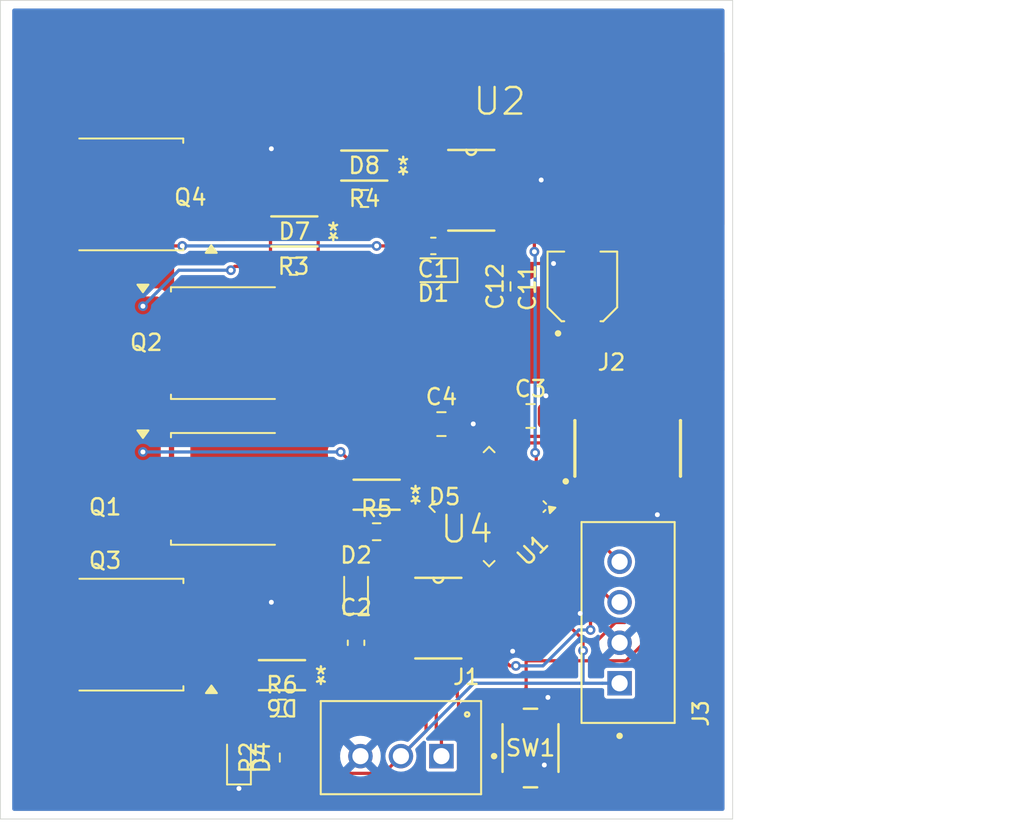
<source format=kicad_pcb>
(kicad_pcb (version 20240108) (generator "pcbnew") (generator_version "8.0")
  (layers (0 "F.Cu" signal) (31 "B.Cu" signal) (34 "B.Paste" user) (35 "F.Paste" user) (36 "B.SilkS" user "B.Silkscreen") (37 "F.SilkS" user "F.Silkscreen") (38 "B.Mask" user) (39 "F.Mask" user) (44 "Edge.Cuts" user))
  (net 0 "")
  (net 4 "GND")
  (net 5 "SWCLK")
  (net 6 "SWDIO")
  (net 7 "XRES")
  (net 8 "Net-(D6-K)")
  (net 9 "Net-(D1-K)")
  (net 10 "+12V")
  (net 11 "Net-(D8-K)")
  (net 12 "/OUTA")
  (net 13 "/OUTB")
  (net 14 "Net-(D2-K)")
  (net 15 "Net-(D6-A)")
  (net 16 "Net-(D8-A)")
  (net 17 "SWO")
  (net 18 "SERVO_IN")
  (net 19 "QUAD_COUNT")
  (net 20 "QUAD_START")
  (net 23 "VCC")
  (net 24 "PWM_M2_OUT")
  (net 25 "DBG_LED")
  (net 29 "Net-(D4-A)")
  (net 42 "Net-(D5-A)")
  (net 43 "Net-(D5-K)")
  (net 44 "Net-(D7-K)")
  (net 45 "Net-(D7-A)")
  (net 47 "PWM_M1_OUT")
  (footprint "RF071MM2STR:DIO_RB051MM_ROM" (layer "F.Cu") (at 185.42 70.104 180)
    (property "Reference" "D7" (at 0 0 0) (layer "F.SilkS"))
    (property "Value" "RF071MM2S")
    (fp_text user "*" (at -2.4003 0 0) (layer "F.SilkS"))
    (fp_text user "*" (at -2.4003 0 180) (layer "F.SilkS"))
    (pad "1" smd rect (at -1.4732 0 180) (size 1.0922 0.9906) (layers "F.Cu" "F.Paste" "F.Mask") (net 44 "Net-(D7-K)"))
    (pad "2" smd rect (at 1.4732 0 180) (size 1.0922 0.9906) (layers "F.Cu" "F.Paste" "F.Mask") (net 45 "Net-(D7-A)"))
    (zone (net 0) (net_name "") (layer "F.Cu") (connect_pads (clearance 0)) (min_thickness 0.254)
      (keepout (tracks not_allowed) (vias not_allowed) (pads allowed) (copperpour not_allowed) (footprints allowed))
      (fill (thermal_gap 0.508) (thermal_bridge_width 0.508))
      (polygon (pts (xy 186.2963 70.8533) (xy 184.5437 70.8533) (xy 184.5437 69.3547) (xy 186.2963 69.3547)))
    )
  )
  (footprint "Capacitor_SMD:C_0805_2012Metric" (layer "F.Cu") (at 194.5 82)
    (property "Reference" "C4" (at 0 -1.68 0) (layer "F.SilkS"))
    (property "Value" "C")
    (pad "1" smd roundrect (at -0.95 0) (size 1 1.45) (layers "F.Cu" "F.Paste" "F.Mask") (net 23 "VCC"))
    (pad "2" smd roundrect (at 0.95 0) (size 1 1.45) (layers "F.Cu" "F.Paste" "F.Mask") (net 4 "GND"))
  )
  (footprint "Diode_SMD:D_0603_1608Metric" (layer "F.Cu") (at 189.23 92.2275 90)
    (property "Reference" "D2" (at 2.1335 0 0) (layer "F.SilkS"))
    (property "Value" "1N4148")
    (pad "1" smd roundrect (at -0.7875 0 90) (size 0.875 0.95) (layers "F.Cu" "F.Paste" "F.Mask") (net 14 "Net-(D2-K)"))
    (pad "2" smd roundrect (at 0.7875 0 90) (size 0.875 0.95) (layers "F.Cu" "F.Paste" "F.Mask") (net 10 "+12V"))
  )
  (footprint "Resistor_SMD:R_0603_1608Metric_Pad0.98x0.95mm_HandSolder" (layer "F.Cu") (at 184 102.5875 90)
    (property "Reference" "R2" (at 0 -1.43 90) (layer "F.SilkS"))
    (property "Value" "R_US")
    (pad "1" smd roundrect (at -0.9125 0 90) (size 0.975 0.95) (layers "F.Cu" "F.Paste" "F.Mask") (net 23 "VCC"))
    (pad "2" smd roundrect (at 0.9125 0 90) (size 0.975 0.95) (layers "F.Cu" "F.Paste" "F.Mask") (net 29 "Net-(D4-A)"))
  )
  (footprint "RF071MM2STR:DIO_RB051MM_ROM" (layer "F.Cu") (at 190.5 86.36 180)
    (property "Reference" "D5" (at -4.191 -0.127 0) (layer "F.SilkS"))
    (property "Value" "RF071MM2S")
    (fp_text user "*" (at -2.4003 0 0) (layer "F.SilkS"))
    (fp_text user "*" (at -2.4003 0 180) (layer "F.SilkS"))
    (pad "1" smd rect (at -1.4732 0 180) (size 1.0922 0.9906) (layers "F.Cu" "F.Paste" "F.Mask") (net 43 "Net-(D5-K)"))
    (pad "2" smd rect (at 1.4732 0 180) (size 1.0922 0.9906) (layers "F.Cu" "F.Paste" "F.Mask") (net 42 "Net-(D5-A)"))
    (zone (net 0) (net_name "") (layer "F.Cu") (connect_pads (clearance 0)) (min_thickness 0.254)
      (keepout (tracks not_allowed) (vias not_allowed) (pads allowed) (copperpour not_allowed) (footprints allowed))
      (fill (thermal_gap 0.508) (thermal_bridge_width 0.508))
      (polygon (pts (xy 191.3763 87.1093) (xy 189.6237 87.1093) (xy 189.6237 85.6107) (xy 191.3763 85.6107)))
    )
  )
  (footprint "Capacitor_SMD:C_0603_1608Metric" (layer "F.Cu") (at 189.23 95.504 -90)
    (property "Reference" "C2" (at -2.172 0 0) (layer "F.SilkS"))
    (property "Value" "1U0")
    (pad "1" smd roundrect (at -0.775 0 270) (size 0.9 0.95) (layers "F.Cu" "F.Paste" "F.Mask") (net 14 "Net-(D2-K)"))
    (pad "2" smd roundrect (at 0.775 0 270) (size 0.9 0.95) (layers "F.Cu" "F.Paste" "F.Mask") (net 12 "/OUTA"))
  )
  (footprint "Package_TO_SOT_SMD:TO-252-2" (layer "F.Cu") (at 175.26 95 180)
    (property "Reference" "Q3" (at 1.524 4.576 0) (layer "F.SilkS"))
    (property "Value" "IRLR7843")
    (pad "1" smd roundrect (at -5.04 -2.28 180) (size 2.2 1.2) (layers "F.Cu" "F.Paste" "F.Mask") (roundrect_rratio 0.208333) (net 15 "Net-(D6-A)"))
    (pad "2" smd roundrect (at -0.415 -1.525 180) (size 3.05 2.75) (layers "F.Cu" "F.Paste") (roundrect_rratio 0.090909) (net 12 "/OUTA"))
    (pad "2" smd roundrect (at -0.415 1.525 180) (size 3.05 2.75) (layers "F.Cu" "F.Paste") (roundrect_rratio 0.090909) (net 12 "/OUTA"))
    (pad "2" smd roundrect (at 1.26 0 180) (size 6.4 5.8) (layers "F.Cu" "F.Mask") (roundrect_rratio 0.043103) (net 12 "/OUTA"))
    (pad "2" smd roundrect (at 2.935 -1.525 180) (size 3.05 2.75) (layers "F.Cu" "F.Paste") (roundrect_rratio 0.090909) (net 12 "/OUTA"))
    (pad "2" smd roundrect (at 2.935 1.525 180) (size 3.05 2.75) (layers "F.Cu" "F.Paste") (roundrect_rratio 0.090909) (net 12 "/OUTA"))
    (pad "3" smd roundrect (at -5.04 2.28 180) (size 2.2 1.2) (layers "F.Cu" "F.Paste" "F.Mask") (roundrect_rratio 0.208333) (net 4 "GND"))
  )
  (footprint "SKRPAB:SW4_SKRPABE010_ALPS" (layer "F.Cu") (at 200 102)
    (property "Reference" "SW1" (at 0 0 0) (layer "F.SilkS"))
    (property "Value" "SKRPABE010")
    (pad "1" smd rect (at -1.074999 -2.075) (size 0.6604 1.0414) (layers "F.Cu" "F.Paste" "F.Mask") (net 7 "XRES"))
    (pad "2" smd rect (at -1.074999 2.075) (size 0.6604 1.0414) (layers "F.Cu" "F.Paste" "F.Mask") (net 7 "XRES"))
    (pad "3" smd rect (at 1.074999 -2.075) (size 0.6604 1.0414) (layers "F.Cu" "F.Paste" "F.Mask") (net 4 "GND"))
    (pad "4" smd rect (at 1.074999 2.075) (size 0.6604 1.0414) (layers "F.Cu" "F.Paste" "F.Mask") (net 4 "GND"))
  )
  (footprint "Capacitor_SMD:C_0603_1608Metric" (layer "F.Cu") (at 194 71 180)
    (property "Reference" "C1" (at 0 -1.43 360) (layer "F.SilkS"))
    (property "Value" "1U0")
    (pad "1" smd roundrect (at -0.775 0 180) (size 0.9 0.95) (layers "F.Cu" "F.Paste" "F.Mask") (net 9 "Net-(D1-K)"))
    (pad "2" smd roundrect (at 0.775 0 180) (size 0.9 0.95) (layers "F.Cu" "F.Paste" "F.Mask") (net 13 "/OUTB"))
  )
  (footprint "IRS2011SPBF:SOIC127P600X175-8N" (layer "F.Cu") (at 194.31 93.98)
    (property "Reference" "U4" (at 1.753165 -5.488165 0) (layer "F.SilkS") (effects (font (size 1.640528 1.640528))))
    (property "Value" "IR2011")
    (pad "1" smd rect (at -2.4638 -1.905) (size 1.9812 0.508) (layers "F.Cu" "F.Paste" "F.Mask") (net 10 "+12V"))
    (pad "2" smd rect (at -2.4638 -0.635) (size 1.9812 0.508) (layers "F.Cu" "F.Paste" "F.Mask") (net 14 "Net-(D2-K)"))
    (pad "3" smd rect (at -2.4638 0.635) (size 1.9812 0.508) (layers "F.Cu" "F.Paste" "F.Mask") (net 43 "Net-(D5-K)"))
    (pad "4" smd rect (at -2.4638 1.905) (size 1.9812 0.508) (layers "F.Cu" "F.Paste" "F.Mask") (net 12 "/OUTA"))
    (pad "5" smd rect (at 2.4638 1.905) (size 1.9812 0.508) (layers "F.Cu" "F.Paste" "F.Mask") (net 47 "PWM_M1_OUT"))
    (pad "6" smd rect (at 2.4638 0.635) (size 1.9812 0.508) (layers "F.Cu" "F.Paste" "F.Mask") (net 47 "PWM_M1_OUT"))
    (pad "7" smd rect (at 2.4638 -0.635) (size 1.9812 0.508) (layers "F.Cu" "F.Paste" "F.Mask") (net 4 "GND"))
    (pad "8" smd rect (at 2.4638 -1.905) (size 1.9812 0.508) (layers "F.Cu" "F.Paste" "F.Mask") (net 8 "Net-(D6-K)"))
  )
  (footprint "FTSH-105-01-H-DV-K-TR:SAMTEC_FTSH-105-01-H-DV-K-TR" (layer "F.Cu") (at 206 83.5)
    (property "Reference" "J2" (at -1 -5.315 0) (layer "F.SilkS"))
    (property "Value" "FTSH-105-01-H-DV-K-TR")
    (pad "01" smd rect (at -2.54 2.035) (size 0.74 2.79) (layers "F.Cu" "F.Paste" "F.Mask") (net 23 "VCC"))
    (pad "02" smd rect (at -2.54 -2.035) (size 0.74 2.79) (layers "F.Cu" "F.Paste" "F.Mask") (net 6 "SWDIO"))
    (pad "03" smd rect (at -1.27 2.035) (size 0.74 2.79) (layers "F.Cu" "F.Paste" "F.Mask") (net 4 "GND"))
    (pad "04" smd rect (at -1.27 -2.035) (size 0.74 2.79) (layers "F.Cu" "F.Paste" "F.Mask") (net 5 "SWCLK"))
    (pad "05" smd rect (at 0 2.035) (size 0.74 2.79) (layers "F.Cu" "F.Paste" "F.Mask") (net 4 "GND"))
    (pad "06" smd rect (at 0 -2.035) (size 0.74 2.79) (layers "F.Cu" "F.Paste" "F.Mask") (net 17 "SWO"))
    (pad "07" smd rect (at 1.27 2.035) (size 0.74 2.79) (layers "F.Cu" "F.Paste" "F.Mask"))
    (pad "08" smd rect (at 1.27 -2.035) (size 0.74 2.79) (layers "F.Cu" "F.Paste" "F.Mask"))
    (pad "09" smd rect (at 2.54 2.035) (size 0.74 2.79) (layers "F.Cu" "F.Paste" "F.Mask") (net 4 "GND"))
    (pad "10" smd rect (at 2.54 -2.035) (size 0.74 2.79) (layers "F.Cu" "F.Paste" "F.Mask") (net 7 "XRES"))
  )
  (footprint "Resistor_SMD:R_0603_1608Metric" (layer "F.Cu") (at 184.658 99.532)
    (property "Reference" "R6" (at 0 -1.43 0) (layer "F.SilkS"))
    (property "Value" "33")
    (pad "1" smd roundrect (at -0.825 0) (size 0.8 0.95) (layers "F.Cu" "F.Paste" "F.Mask") (net 15 "Net-(D6-A)"))
    (pad "2" smd roundrect (at 0.825 0) (size 0.8 0.95) (layers "F.Cu" "F.Paste" "F.Mask") (net 8 "Net-(D6-K)"))
  )
  (footprint "B4B-XH-A:JST_B4B-XH-A" (layer "F.Cu") (at 206.025 94.25 -90)
    (property "Reference" "J3" (at 5.612 -4.489 90) (layer "F.SilkS") (effects (font (size 0.944882 0.944882))))
    (property "Value" "B4B-XH-A")
    (pad "1" thru_hole rect (at 3.749999 0.525 270) (size 1.508 1.508) (drill 1) (layers "*.Cu" "*.Mask") (net 23 "VCC"))
    (pad "2" thru_hole circle (at 1.25 0.525001 270) (size 1.508 1.508) (drill 1) (layers "*.Cu" "*.Mask") (net 4 "GND"))
    (pad "3" thru_hole circle (at -1.25 0.525001 270) (size 1.508 1.508) (drill 1) (layers "*.Cu" "*.Mask") (net 19 "QUAD_COUNT"))
    (pad "4" thru_hole circle (at -3.749999 0.525 270) (size 1.508 1.508) (drill 1) (layers "*.Cu" "*.Mask") (net 20 "QUAD_START"))
  )
  (footprint "Resistor_SMD:R_0603_1608Metric" (layer "F.Cu") (at 189.7512 68.072 180)
    (property "Reference" "R4" (at 0 0 0) (layer "F.SilkS"))
    (property "Value" "33")
    (pad "1" smd roundrect (at -0.825 0 180) (size 0.8 0.95) (layers "F.Cu" "F.Paste" "F.Mask") (net 11 "Net-(D8-K)"))
    (pad "2" smd roundrect (at 0.825 0 180) (size 0.8 0.95) (layers "F.Cu" "F.Paste" "F.Mask") (net 16 "Net-(D8-A)"))
  )
  (footprint "Capacitor_SMD:C_0805_2012Metric" (layer "F.Cu") (at 199.5 73.5 90)
    (property "Reference" "C12" (at 0 -1.68 90) (layer "F.SilkS"))
    (property "Value" "10N")
    (pad "1" smd roundrect (at -0.95 0 90) (size 1 1.45) (layers "F.Cu" "F.Paste" "F.Mask") (net 10 "+12V"))
    (pad "2" smd roundrect (at 0.95 0 90) (size 1 1.45) (layers "F.Cu" "F.Paste" "F.Mask") (net 4 "GND"))
  )
  (footprint "Capacitor_SMD:C_0805_2012Metric" (layer "F.Cu") (at 200 81.5)
    (property "Reference" "C3" (at 0 -1.68 0) (layer "F.SilkS"))
    (property "Value" "C")
    (pad "1" smd roundrect (at -0.95 0) (size 1 1.45) (layers "F.Cu" "F.Paste" "F.Mask") (net 23 "VCC"))
    (pad "2" smd roundrect (at 0.95 0) (size 1 1.45) (layers "F.Cu" "F.Paste" "F.Mask") (net 4 "GND"))
  )
  (footprint "RF071MM2STR:DIO_RB051MM_ROM" (layer "F.Cu") (at 189.738 66.04 180)
    (property "Reference" "D8" (at 0 0 0) (layer "F.SilkS"))
    (property "Value" "RF071MM2S")
    (fp_text user "*" (at -2.4003 0 0) (layer "F.SilkS"))
    (fp_text user "*" (at -2.4003 0 180) (layer "F.SilkS"))
    (pad "1" smd rect (at -1.4732 0 180) (size 1.0922 0.9906) (layers "F.Cu" "F.Paste" "F.Mask") (net 11 "Net-(D8-K)"))
    (pad "2" smd rect (at 1.4732 0 180) (size 1.0922 0.9906) (layers "F.Cu" "F.Paste" "F.Mask") (net 16 "Net-(D8-A)"))
    (zone (net 0) (net_name "") (layer "F.Cu") (connect_pads (clearance 0)) (min_thickness 0.254)
      (keepout (tracks not_allowed) (vias not_allowed) (pads allowed) (copperpour not_allowed) (footprints allowed))
      (fill (thermal_gap 0.508) (thermal_bridge_width 0.508))
      (polygon (pts (xy 190.6143 66.7893) (xy 188.8617 66.7893) (xy 188.8617 65.2907) (xy 190.6143 65.2907)))
    )
  )
  (footprint "RF071MM2STR:DIO_RB051MM_ROM" (layer "F.Cu") (at 184.658 97.5 180)
    (property "Reference" "D6" (at 0 -2 180) (layer "F.SilkS"))
    (property "Value" "RF071MM2S")
    (fp_text user "*" (at -2.4003 0 180) (layer "F.SilkS"))
    (fp_text user "*" (at -2.4003 0 0) (layer "F.SilkS"))
    (pad "1" smd rect (at -1.4732 0 180) (size 1.0922 0.9906) (layers "F.Cu" "F.Paste" "F.Mask") (net 8 "Net-(D6-K)"))
    (pad "2" smd rect (at 1.4732 0 180) (size 1.0922 0.9906) (layers "F.Cu" "F.Paste" "F.Mask") (net 15 "Net-(D6-A)"))
    (zone (net 0) (net_name "") (layer "F.Cu") (connect_pads (clearance 0)) (min_thickness 0.254)
      (keepout (tracks not_allowed) (vias not_allowed) (pads allowed) (copperpour not_allowed) (footprints allowed))
      (fill (thermal_gap 0.508) (thermal_bridge_width 0.508))
      (polygon (pts (xy 185.5343 98.2493) (xy 183.7817 98.2493) (xy 183.7817 96.7507) (xy 185.5343 96.7507)))
    )
  )
  (footprint "Resistor_SMD:R_0603_1608Metric" (layer "F.Cu") (at 190.5 88.646)
    (property "Reference" "R5" (at 0 -1.43 0) (layer "F.SilkS"))
    (property "Value" "33")
    (pad "1" smd roundrect (at -0.825 0) (size 0.8 0.95) (layers "F.Cu" "F.Paste" "F.Mask") (net 42 "Net-(D5-A)"))
    (pad "2" smd roundrect (at 0.825 0) (size 0.8 0.95) (layers "F.Cu" "F.Paste" "F.Mask") (net 43 "Net-(D5-K)"))
  )
  (footprint "IRS2011SPBF:SOIC127P600X175-8N" (layer "F.Cu") (at 196.342 67.564)
    (property "Reference" "U2" (at 1.753165 -5.488165 0) (layer "F.SilkS") (effects (font (size 1.640528 1.640528))))
    (property "Value" "IR2011")
    (pad "1" smd rect (at -2.4638 -1.905) (size 1.9812 0.508) (layers "F.Cu" "F.Paste" "F.Mask") (net 10 "+12V"))
    (pad "2" smd rect (at -2.4638 -0.635) (size 1.9812 0.508) (layers "F.Cu" "F.Paste" "F.Mask") (net 9 "Net-(D1-K)"))
    (pad "3" smd rect (at -2.4638 0.635) (size 1.9812 0.508) (layers "F.Cu" "F.Paste" "F.Mask") (net 44 "Net-(D7-K)"))
    (pad "4" smd rect (at -2.4638 1.905) (size 1.9812 0.508) (layers "F.Cu" "F.Paste" "F.Mask") (net 13 "/OUTB"))
    (pad "5" smd rect (at 2.4638 1.905) (size 1.9812 0.508) (layers "F.Cu" "F.Paste" "F.Mask") (net 24 "PWM_M2_OUT"))
    (pad "6" smd rect (at 2.4638 0.635) (size 1.9812 0.508) (layers "F.Cu" "F.Paste" "F.Mask") (net 24 "PWM_M2_OUT"))
    (pad "7" smd rect (at 2.4638 -0.635) (size 1.9812 0.508) (layers "F.Cu" "F.Paste" "F.Mask") (net 4 "GND"))
    (pad "8" smd rect (at 2.4638 -1.905) (size 1.9812 0.508) (layers "F.Cu" "F.Paste" "F.Mask") (net 11 "Net-(D8-K)"))
  )
  (footprint "LED_SMD:LED_0603_1608Metric_Pad1.05x0.95mm_HandSolder" (layer "F.Cu") (at 182 102.5875 90)
    (property "Reference" "D4" (at 0 1.397 90) (layer "F.SilkS"))
    (property "Value" "LED")
    (pad "1" smd roundrect (at -0.875 0 90) (size 1.05 0.95) (layers "F.Cu" "F.Paste" "F.Mask") (net 4 "GND"))
    (pad "2" smd roundrect (at 0.875 0 90) (size 1.05 0.95) (layers "F.Cu" "F.Paste" "F.Mask") (net 29 "Net-(D4-A)"))
  )
  (footprint "865230340001:CAP_865230340001" (layer "F.Cu") (at 203.2 73.5 90)
    (property "Reference" "C11" (at -0.075 -3.385 90) (layer "F.SilkS"))
    (property "Value" "10U")
    (pad "1" smd rect (at -1.8 0 90) (size 2.6 1.6) (layers "F.Cu" "F.Paste" "F.Mask") (net 10 "+12V"))
    (pad "2" smd rect (at 1.8 0 90) (size 2.6 1.6) (layers "F.Cu" "F.Paste" "F.Mask") (net 4 "GND"))
  )
  (footprint "Package_DFN_QFN:VQFN-32-1EP_5x5mm_P0.5mm_EP3.5x3.5mm" (layer "F.Cu") (at 197.4444 87.094 -135)
    (property "Reference" "U1" (at 0 -3.8 45) (layer "F.SilkS"))
    (property "Value" "CY8C4146LQI-S422")
    (pad "1" smd roundrect (at -2.45 -1.749999 225) (size 0.8 0.25) (layers "F.Cu" "F.Paste" "F.Mask"))
    (pad "2" smd roundrect (at -2.45 -1.25 225) (size 0.8 0.25) (layers "F.Cu" "F.Paste" "F.Mask") (net 24 "PWM_M2_OUT"))
    (pad "3" smd roundrect (at -2.450001 -0.75 225) (size 0.8 0.25) (layers "F.Cu" "F.Paste" "F.Mask"))
    (pad "4" smd roundrect (at -2.45 -0.25 225) (size 0.8 0.25) (layers "F.Cu" "F.Paste" "F.Mask"))
    (pad "5" smd roundrect (at -2.45 0.25 225) (size 0.8 0.25) (layers "F.Cu" "F.Paste" "F.Mask"))
    (pad "6" smd roundrect (at -2.450001 0.75 225) (size 0.8 0.25) (layers "F.Cu" "F.Paste" "F.Mask"))
    (pad "7" smd roundrect (at -2.45 1.25 225) (size 0.8 0.25) (layers "F.Cu" "F.Paste" "F.Mask"))
    (pad "8" smd roundrect (at -2.45 1.749999 225) (size 0.8 0.25) (layers "F.Cu" "F.Paste" "F.Mask") (net 25 "DBG_LED"))
    (pad "9" smd roundrect (at -1.749999 2.45 225) (size 0.25 0.8) (layers "F.Cu" "F.Paste" "F.Mask"))
    (pad "10" smd roundrect (at -1.25 2.45 225) (size 0.25 0.8) (layers "F.Cu" "F.Paste" "F.Mask"))
    (pad "11" smd roundrect (at -0.75 2.450001 225) (size 0.25 0.8) (layers "F.Cu" "F.Paste" "F.Mask") (net 6 "SWDIO"))
    (pad "12" smd roundrect (at -0.25 2.45 225) (size 0.25 0.8) (layers "F.Cu" "F.Paste" "F.Mask") (net 5 "SWCLK"))
    (pad "13" smd roundrect (at 0.25 2.45 225) (size 0.25 0.8) (layers "F.Cu" "F.Paste" "F.Mask"))
    (pad "14" smd roundrect (at 0.75 2.450001 225) (size 0.25 0.8) (layers "F.Cu" "F.Paste" "F.Mask"))
    (pad "15" smd roundrect (at 1.25 2.45 225) (size 0.25 0.8) (layers "F.Cu" "F.Paste" "F.Mask"))
    (pad "16" smd roundrect (at 1.749999 2.45 225) (size 0.25 0.8) (layers "F.Cu" "F.Paste" "F.Mask"))
    (pad "17" smd roundrect (at 2.45 1.749999 225) (size 0.8 0.25) (layers "F.Cu" "F.Paste" "F.Mask") (net 18 "SERVO_IN"))
    (pad "18" smd roundrect (at 2.45 1.25 225) (size 0.8 0.25) (layers "F.Cu" "F.Paste" "F.Mask"))
    (pad "19" smd roundrect (at 2.450001 0.75 225) (size 0.8 0.25) (layers "F.Cu" "F.Paste" "F.Mask"))
    (pad "20" smd roundrect (at 2.45 0.25 225) (size 0.8 0.25) (layers "F.Cu" "F.Paste" "F.Mask"))
    (pad "21" smd roundrect (at 2.45 -0.25 225) (size 0.8 0.25) (layers "F.Cu" "F.Paste" "F.Mask"))
    (pad "22" smd roundrect (at 2.450001 -0.75 225) (size 0.8 0.25) (layers "F.Cu" "F.Paste" "F.Mask"))
    (pad "23" smd roundrect (at 2.45 -1.25 225) (size 0.8 0.25) (layers "F.Cu" "F.Paste" "F.Mask"))
    (pad "24" smd roundrect (at 2.45 -1.749999 225) (size 0.8 0.25) (layers "F.Cu" "F.Paste" "F.Mask") (net 7 "XRES"))
    (pad "25" smd roundrect (at 1.749999 -2.45 225) (size 0.25 0.8) (layers "F.Cu" "F.Paste" "F.Mask") (net 23 "VCC"))
    (pad "26" smd roundrect (at 1.25 -2.45 225) (size 0.25 0.8) (layers "F.Cu" "F.Paste" "F.Mask") (net 4 "GND"))
    (pad "27" smd roundrect (at 0.75 -2.450001 225) (size 0.25 0.8) (layers "F.Cu" "F.Paste" "F.Mask") (net 23 "VCC"))
    (pad "28" smd roundrect (at 0.25 -2.45 225) (size 0.25 0.8) (layers "F.Cu" "F.Paste" "F.Mask") (net 4 "GND"))
    (pad "29" smd roundrect (at -0.25 -2.45 225) (size 0.25 0.8) (layers "F.Cu" "F.Paste" "F.Mask") (net 47 "PWM_M1_OUT"))
    (pad "30" smd roundrect (at -0.75 -2.450001 225) (size 0.25 0.8) (layers "F.Cu" "F.Paste" "F.Mask"))
    (pad "31" smd roundrect (at -1.25 -2.45 225) (size 0.25 0.8) (layers "F.Cu" "F.Paste" "F.Mask") (net 19 "QUAD_COUNT"))
    (pad "32" smd roundrect (at -1.749999 -2.45 225) (size 0.25 0.8) (layers "F.Cu" "F.Paste" "F.Mask") (net 20 "QUAD_START"))
    (pad "33" smd rect (at 0 0 225) (size 3.5 3.5) (property pad_prop_heatsink) (layers "F.Cu" "F.Mask"))
  )
  (footprint "Package_TO_SOT_SMD:TO-252-2" (layer "F.Cu") (at 181.112 77)
    (property "Reference" "Q2" (at -4.836 -0.038 0) (layer "F.SilkS"))
    (property "Value" "IRLR7843")
    (pad "1" smd roundrect (at -5.04 -2.28) (size 2.2 1.2) (layers "F.Cu" "F.Paste" "F.Mask") (roundrect_rratio 0.208333) (net 45 "Net-(D7-A)"))
    (pad "2" smd roundrect (at -0.415 -1.525) (size 3.05 2.75) (layers "F.Cu" "F.Paste") (roundrect_rratio 0.090909) (net 10 "+12V"))
    (pad "2" smd roundrect (at -0.415 1.525) (size 3.05 2.75) (layers "F.Cu" "F.Paste") (roundrect_rratio 0.090909) (net 10 "+12V"))
    (pad "2" smd roundrect (at 1.26 0) (size 6.4 5.8) (layers "F.Cu" "F.Mask") (roundrect_rratio 0.043103) (net 10 "+12V"))
    (pad "2" smd roundrect (at 2.935 -1.525) (size 3.05 2.75) (layers "F.Cu" "F.Paste") (roundrect_rratio 0.090909) (net 10 "+12V"))
    (pad "2" smd roundrect (at 2.935 1.525) (size 3.05 2.75) (layers "F.Cu" "F.Paste") (roundrect_rratio 0.090909) (net 10 "+12V"))
    (pad "3" smd roundrect (at -5.04 2.28) (size 2.2 1.2) (layers "F.Cu" "F.Paste" "F.Mask") (roundrect_rratio 0.208333) (net 13 "/OUTB"))
  )
  (footprint "Diode_SMD:D_0603_1608Metric" (layer "F.Cu") (at 194 72.5 180)
    (property "Reference" "D1" (at 0 -1.43 360) (layer "F.SilkS"))
    (property "Value" "1N4148")
    (pad "1" smd roundrect (at -0.787501 0 180) (size 0.875 0.95) (layers "F.Cu" "F.Paste" "F.Mask") (net 9 "Net-(D1-K)"))
    (pad "2" smd roundrect (at 0.787501 0 180) (size 0.875 0.95) (layers "F.Cu" "F.Paste" "F.Mask") (net 10 "+12V"))
  )
  (footprint "B3B-XH-A:JST_B3B-XH-A" (layer "F.Cu") (at 192 101.975)
    (property "Reference" "J1" (at 4.039 -4.362 0) (layer "F.SilkS") (effects (font (size 0.944882 0.944882))))
    (property "Value" "B3B-XH-A")
    (pad "1" thru_hole rect (at 2.5 0.525) (size 1.508 1.508) (drill 1) (layers "*.Cu" "*.Mask") (net 18 "SERVO_IN"))
    (pad "2" thru_hole circle (at 0 0.525) (size 1.508 1.508) (drill 1) (layers "*.Cu" "*.Mask") (net 23 "VCC"))
    (pad "3" thru_hole circle (at -2.5 0.525) (size 1.508 1.508) (drill 1) (layers "*.Cu" "*.Mask") (net 4 "GND"))
  )
  (footprint "Resistor_SMD:R_0603_1608Metric" (layer "F.Cu") (at 185.3692 72.263 180)
    (property "Reference" "R3" (at 0 0 0) (layer "F.SilkS"))
    (property "Value" "33")
    (pad "1" smd roundrect (at -0.825 0 180) (size 0.8 0.95) (layers "F.Cu" "F.Paste" "F.Mask") (net 44 "Net-(D7-K)"))
    (pad "2" smd roundrect (at 0.825 0 180) (size 0.8 0.95) (layers "F.Cu" "F.Paste" "F.Mask") (net 45 "Net-(D7-A)"))
  )
  (footprint "Package_TO_SOT_SMD:TO-252-2" (layer "F.Cu") (at 181.112 86)
    (property "Reference" "Q1" (at -7.376 1.122 0) (layer "F.SilkS"))
    (property "Value" "IRLR7843")
    (pad "1" smd roundrect (at -5.04 -2.28) (size 2.2 1.2) (layers "F.Cu" "F.Paste" "F.Mask") (roundrect_rratio 0.208333) (net 42 "Net-(D5-A)"))
    (pad "2" smd roundrect (at -0.415 -1.525) (size 3.05 2.75) (layers "F.Cu" "F.Paste") (roundrect_rratio 0.090909) (net 10 "+12V"))
    (pad "2" smd roundrect (at -0.415 1.525) (size 3.05 2.75) (layers "F.Cu" "F.Paste") (roundrect_rratio 0.090909) (net 10 "+12V"))
    (pad "2" smd roundrect (at 1.26 0) (size 6.4 5.8) (layers "F.Cu" "F.Mask") (roundrect_rratio 0.043103) (net 10 "+12V"))
    (pad "2" smd roundrect (at 2.935 -1.525) (size 3.05 2.75) (layers "F.Cu" "F.Paste") (roundrect_rratio 0.090909) (net 10 "+12V"))
    (pad "2" smd roundrect (at 2.935 1.525) (size 3.05 2.75) (layers "F.Cu" "F.Paste") (roundrect_rratio 0.090909) (net 10 "+12V"))
    (pad "3" smd roundrect (at -5.04 2.28) (size 2.2 1.2) (layers "F.Cu" "F.Paste" "F.Mask") (roundrect_rratio 0.208333) (net 12 "/OUTA"))
  )
  (footprint "Package_TO_SOT_SMD:TO-252-2" (layer "F.Cu") (at 175.25 67.818 180)
    (property "Reference" "Q4" (at -3.75 -0.182 0) (layer "F.SilkS"))
    (property "Value" "IRLR7843")
    (pad "1" smd roundrect (at -5.04 -2.28 180) (size 2.2 1.2) (layers "F.Cu" "F.Paste" "F.Mask") (roundrect_rratio 0.208333) (net 16 "Net-(D8-A)"))
    (pad "2" smd roundrect (at -0.415 -1.525 180) (size 3.05 2.75) (layers "F.Cu" "F.Paste") (roundrect_rratio 0.090909) (net 13 "/OUTB"))
    (pad "2" smd roundrect (at -0.415 1.525 180) (size 3.05 2.75) (layers "F.Cu" "F.Paste") (roundrect_rratio 0.090909) (net 13 "/OUTB"))
    (pad "2" smd roundrect (at 1.26 0 180) (size 6.4 5.8) (layers "F.Cu" "F.Mask") (roundrect_rratio 0.043103) (net 13 "/OUTB"))
    (pad "2" smd roundrect (at 2.935 -1.525 180) (size 3.05 2.75) (layers "F.Cu" "F.Paste") (roundrect_rratio 0.090909) (net 13 "/OUTB"))
    (pad "2" smd roundrect (at 2.935 1.525 180) (size 3.05 2.75) (layers "F.Cu" "F.Paste") (roundrect_rratio 0.090909) (net 13 "/OUTB"))
    (pad "3" smd roundrect (at -5.04 2.28 180) (size 2.2 1.2) (layers "F.Cu" "F.Paste" "F.Mask") (roundrect_rratio 0.208333) (net 4 "GND"))
  )
  (gr_rect (start 167.272 55.842) (end 212.48 106.382) (stroke (width 0.05)) (fill none) (layer "Edge.Cuts"))
  (segment (start 201.422 72.0857) (end 199.9643 72.0857) (width 0.2) (layer "F.Cu") (net 4))
  (segment (start 199.342 89.3452) (end 199 89.0032) (width 0.2) (layer "F.Cu") (net 4))
  (segment (start 208.54 87.2317) (end 207.8313 87.2317) (width 0.2) (layer "F.Cu") (net 4))
  (segment (start 182 103.4625) (end 182 104.4968) (width 0.2) (layer "F.Cu") (net 4))
  (segment (start 206 86.4655) (end 205.2338 87.2317) (width 0.2) (layer "F.Cu") (net 4))
  (segment (start 201.8077 71.7) (end 203.2 71.7) (width 0.2) (layer "F.Cu") (net 4))
  (segment (start 208.54 85.535) (end 208.54 87.2317) (width 0.2) (layer "F.Cu") (net 4))
  (segment (start 201.075 98.8746) (end 201.075 99.925) (width 0.2) (layer "F.Cu") (net 4))
  (segment (start 198.8978 96.0227) (end 198.8978 94.1767) (width 0.2) (layer "F.Cu") (net 4))
  (segment (start 207.8313 87.2317) (end 206 87.2317) (width 0.2) (layer "F.Cu") (net 4))
  (segment (start 200.66 66.929) (end 198.8058 66.929) (width 0.2) (layer "F.Cu") (net 4))
  (segment (start 198.8978 94.1767) (end 198.0661 93.345) (width 0.2) (layer "F.Cu") (net 4))
  (segment (start 206 86.3833) (end 206 87.2317) (width 0.2) (layer "F.Cu") (net 4))
  (segment (start 201.075 104.075) (end 201.075 103.2526) (width 0.2) (layer "F.Cu") (net 4))
  (segment (start 207.8313 87.5946) (end 207.8313 87.2317) (width 0.2) (layer "F.Cu") (net 4))
  (segment (start 200.95 81.5) (end 200.95 80.2521) (width 0.2) (layer "F.Cu") (net 4))
  (segment (start 196.4655 81.9878) (end 195.4622 81.9878) (width 0.2) (layer "F.Cu") (net 4))
  (segment (start 204.73 85.535) (end 204.73 87.2317) (width 0.2) (layer "F.Cu") (net 4))
  (segment (start 199.9643 72.0857) (end 199.5 72.55) (width 0.2) (layer "F.Cu") (net 4))
  (segment (start 196.7738 93.345) (end 198.0661 93.345) (width 0.2) (layer "F.Cu") (net 4))
  (segment (start 206 85.535) (end 206 86.3833) (width 0.2) (layer "F.Cu") (net 4))
  (segment (start 199.342 89.9642) (end 199.342 89.3452) (width 0.2) (layer "F.Cu") (net 4))
  (segment (start 201.0569 103.2526) (end 200.8521 103.0478) (width 0.2) (layer "F.Cu") (net 4))
  (segment (start 195.4622 81.9878) (end 195.45 82) (width 0.2) (layer "F.Cu") (net 4))
  (segment (start 205.2338 87.2317) (end 204.73 87.2317) (width 0.2) (layer "F.Cu") (net 4))
  (segment (start 203.0677 93.6899) (end 199.342 89.9642) (width 0.2) (layer "F.Cu") (net 4))
  (segment (start 198.5867 90.0041) (end 198.2929 89.7103) (width 0.2) (layer "F.Cu") (net 4))
  (segment (start 199.3021 90.0041) (end 198.5867 90.0041) (width 0.2) (layer "F.Cu") (net 4))
  (segment (start 206 86.3833) (end 206 86.4655) (width 0.2) (layer "F.Cu") (net 4))
  (segment (start 201.422 72.0857) (end 201.8077 71.7) (width 0.2) (layer "F.Cu") (net 4))
  (segment (start 201.075 103.2526) (end 201.0569 103.2526) (width 0.2) (layer "F.Cu") (net 4))
  (segment (start 199.342 89.9642) (end 199.3021 90.0041) (width 0.2) (layer "F.Cu") (net 4))
  (via (at 196.4655 81.9878) (size 0.6) (drill 0.3) (layers "F.Cu" "B.Cu") (net 4))
  (via (at 201.075 98.8746) (size 0.6) (drill 0.3) (layers "F.Cu" "B.Cu") (net 4))
  (via (at 184 93) (size 0.6) (drill 0.3) (layers "F.Cu" "B.Cu") (net 4))
  (via (at 182 104.4968) (size 0.6) (drill 0.3) (layers "F.Cu" "B.Cu") (net 4))
  (via (at 203.0677 93.6899) (size 0.6) (drill 0.3) (layers "F.Cu" "B.Cu") (net 4))
  (via (at 200.95 80.2521) (size 0.6) (drill 0.3) (layers "F.Cu" "B.Cu") (net 4))
  (via (at 207.8313 87.5946) (size 0.6) (drill 0.3) (layers "F.Cu" "B.Cu") (net 4))
  (via (at 198.8978 96.0227) (size 0.6) (drill 0.3) (layers "F.Cu" "B.Cu") (net 4))
  (via (at 200.8521 103.0478) (size 0.6) (drill 0.3) (layers "F.Cu" "B.Cu") (net 4))
  (via (at 200.66 66.929) (size 0.6) (drill 0.3) (layers "F.Cu" "B.Cu") (net 4))
  (via (at 184 65) (size 0.6) (drill 0.3) (layers "F.Cu" "B.Cu") (net 4))
  (via (at 201.422 72.0857) (size 0.6) (drill 0.3) (layers "F.Cu" "B.Cu") (net 4))
  (segment (start 195.5067 84.8027) (end 195.8888 85.1848) (width 0.2) (layer "F.Cu") (net 5))
  (segment (start 202.7011 79.9974) (end 202.7011 81.2618) (width 0.2) (layer "F.Cu") (net 5))
  (segment (start 196.7489 82.76) (end 195.5067 84.0022) (width 0.2) (layer "F.Cu") (net 5))
  (segment (start 204.73 79.7683) (end 202.9302 79.7683) (width 0.2) (layer "F.Cu") (net 5))
  (segment (start 204.73 81.465) (end 204.73 79.7683) (width 0.2) (layer "F.Cu") (net 5))
  (segment (start 201.2029 82.76) (end 196.7489 82.76) (width 0.2) (layer "F.Cu") (net 5))
  (segment (start 202.9302 79.7683) (end 202.7011 79.9974) (width 0.2) (layer "F.Cu") (net 5))
  (segment (start 202.7011 81.2618) (end 201.2029 82.76) (width 0.2) (layer "F.Cu") (net 5))
  (segment (start 195.5067 84.0022) (end 195.5067 84.8027) (width 0.2) (layer "F.Cu") (net 5))
  (segment (start 203.46 81.465) (end 203.46 83.1617) (width 0.2) (layer "F.Cu") (net 6))
  (segment (start 195.9084 84.1685) (end 195.9084 84.4974) (width 0.2) (layer "F.Cu") (net 6))
  (segment (start 203.46 83.1617) (end 196.9152 83.1617) (width 0.2) (layer "F.Cu") (net 6))
  (segment (start 196.9152 83.1617) (end 195.9084 84.1685) (width 0.2) (layer "F.Cu") (net 6))
  (segment (start 195.9084 84.4974) (end 196.2423 84.8313) (width 0.2) (layer "F.Cu") (net 6))
  (segment (start 205.899 96.6123) (end 199.7299 96.6123) (width 0.2) (layer "F.Cu") (net 7))
  (segment (start 196.9494 90.0638) (end 199.7299 92.8443) (width 0.2) (layer "F.Cu") (net 7))
  (segment (start 198.925 104.075) (end 198.925 99.925) (width 0.2) (layer "F.Cu") (net 7))
  (segment (start 209.2118 93.2995) (end 205.899 96.6123) (width 0.2) (layer "F.Cu") (net 7))
  (segment (start 199.7299 96.6123) (end 199.7299 98.2977) (width 0.2) (layer "F.Cu") (net 7))
  (segment (start 208.54 83.1617) (end 209.2118 83.8335) (width 0.2) (layer "F.Cu") (net 7))
  (segment (start 198.925 99.925) (end 198.925 99.1026) (width 0.2) (layer "F.Cu") (net 7))
  (segment (start 208.54 81.465) (end 208.54 83.1617) (width 0.2) (layer "F.Cu") (net 7))
  (segment (start 199.7299 92.8443) (end 199.7299 96.6123) (width 0.2) (layer "F.Cu") (net 7))
  (segment (start 199.7299 98.2977) (end 198.925 99.1026) (width 0.2) (layer "F.Cu") (net 7))
  (segment (start 209.2118 83.8335) (end 209.2118 93.2995) (width 0.2) (layer "F.Cu") (net 7))
  (segment (start 185.483 99.532) (end 186.1312 98.8838) (width 0.2) (layer "F.Cu") (net 8))
  (segment (start 183.4893 104.3124) (end 183.1899 104.013) (width 0.2) (layer "F.Cu") (net 8))
  (segment (start 183.1899 104.013) (end 183.1899 102.9863) (width 0.2) (layer "F.Cu") (net 8))
  (segment (start 194.6906 104.3124) (end 183.4893 104.3124) (width 0.2) (layer "F.Cu") (net 8))
  (segment (start 195.4815 92.075) (end 195.4815 98.8398) (width 0.2) (layer "F.Cu") (net 8))
  (segment (start 183.1899 102.9863) (end 183.5887 102.5875) (width 0.2) (layer "F.Cu") (net 8))
  (segment (start 196.7738 92.075) (end 195.4815 92.075) (width 0.2) (layer "F.Cu") (net 8))
  (segment (start 195.5562 98.9145) (end 195.5562 103.4468) (width 0.2) (layer "F.Cu") (net 8))
  (segment (start 195.4815 98.8398) (end 195.5562 98.9145) (width 0.2) (layer "F.Cu") (net 8))
  (segment (start 184.3409 102.5875) (end 185.483 101.4454) (width 0.2) (layer "F.Cu") (net 8))
  (segment (start 195.5562 103.4468) (end 194.6906 104.3124) (width 0.2) (layer "F.Cu") (net 8))
  (segment (start 186.1312 98.8838) (end 186.1312 97.5) (width 0.2) (layer "F.Cu") (net 8))
  (segment (start 183.5887 102.5875) (end 184.3409 102.5875) (width 0.2) (layer "F.Cu") (net 8))
  (segment (start 185.483 101.4454) (end 185.483 99.532) (width 0.2) (layer "F.Cu") (net 8))
  (segment (start 193.8782 66.929) (end 194.6148 66.929) (width 0.2) (layer "F.Cu") (net 9))
  (segment (start 194.775 71) (end 194.775 72.487499) (width 0.2) (layer "F.Cu") (net 9))
  (segment (start 194.6148 66.929) (end 195.1688 67.483) (width 0.2) (layer "F.Cu") (net 9))
  (segment (start 195.1688 67.483) (end 195.1688 70.6062) (width 0.2) (layer "F.Cu") (net 9))
  (segment (start 195.1688 70.6062) (end 194.775 71) (width 0.2) (layer "F.Cu") (net 9))
  (segment (start 194.775 72.487499) (end 194.787501 72.5) (width 0.2) (layer "F.Cu") (net 9))
  (segment (start 193.212499 73.712499) (end 193.5 74) (width 0.2) (layer "F.Cu") (net 10))
  (segment (start 193.8782 65.659) (end 194.6148 65.659) (width 0.2) (layer "F.Cu") (net 10))
  (segment (start 196.5 67.5442) (end 196.5 74) (width 0.2) (layer "F.Cu") (net 10))
  (segment (start 189.06 91.44) (end 189 91.5) (width 0.2) (layer "F.Cu") (net 10))
  (segment (start 187 89.5) (end 187 88.5) (width 0.2) (layer "F.Cu") (net 10))
  (segment (start 191.8462 92.075) (end 189.865 92.075) (width 0.2) (layer "F.Cu") (net 10))
  (segment (start 189 91.5) (end 187 89.5) (width 0.2) (layer "F.Cu") (net 10))
  (segment (start 189.23 91.44) (end 189.06 91.44) (width 0.2) (layer "F.Cu") (net 10))
  (segment (start 194.6148 65.659) (end 196.5 67.5442) (width 0.2) (layer "F.Cu") (net 10))
  (segment (start 189.865 92.075) (end 189.23 91.44) (width 0.2) (layer "F.Cu") (net 10))
  (segment (start 193.212499 72.5) (end 193.212499 73.712499) (width 0.2) (layer "F.Cu") (net 10))
  (segment (start 192.7512 64.5) (end 191.2112 66.04) (width 0.2) (layer "F.Cu") (net 11))
  (segment (start 197.6468 64.5) (end 192.7512 64.5) (width 0.2) (layer "F.Cu") (net 11))
  (segment (start 198.8058 65.659) (end 197.6468 64.5) (width 0.2) (layer "F.Cu") (net 11))
  (segment (start 191.2112 67.437) (end 190.5762 68.072) (width 0.2) (layer "F.Cu") (net 11))
  (segment (start 191.2112 66.04) (end 191.2112 67.437) (width 0.2) (layer "F.Cu") (net 11))
  (segment (start 189.23 96.279) (end 190.1599 96.279) (width 0.2) (layer "F.Cu") (net 12))
  (segment (start 191.8462 95.885) (end 190.5539 95.885) (width 0.2) (layer "F.Cu") (net 12))
  (segment (start 188.951 96) (end 189.23 96.279) (width 0.2) (layer "F.Cu") (net 12))
  (segment (start 177.4895 96) (end 188.951 96) (width 0.2) (layer "F.Cu") (net 12))
  (segment (start 190.1599 96.279) (end 190.5539 95.885) (width 0.2) (layer "F.Cu") (net 12))
  (segment (start 176.4895 95) (end 177.4895 96) (width 0.2) (layer "F.Cu") (net 12))
  (segment (start 178.5 71) (end 177.5 71) (width 0.2) (layer "F.Cu") (net 13))
  (segment (start 193.225 71) (end 190.5 71) (width 0.2) (layer "F.Cu") (net 13))
  (via (at 178.5 71) (size 0.6) (drill 0.3) (layers "F.Cu" "B.Cu") (net 13))
  (via (at 190.5 71) (size 0.6) (drill 0.3) (layers "F.Cu" "B.Cu") (net 13))
  (segment (start 190.5 71) (end 178.5 71) (width 0.2) (layer "B.Cu") (net 13))
  (segment (start 189.23 94.729) (end 189.23 93.015) (width 0.2) (layer "F.Cu") (net 14))
  (segment (start 189.56 93.345) (end 189.23 93.015) (width 0.2) (layer "F.Cu") (net 14))
  (segment (start 191.8462 93.345) (end 189.56 93.345) (width 0.2) (layer "F.Cu") (net 14))
  (segment (start 183.1848 98.8838) (end 183.1848 97.5) (width 0.2) (layer "F.Cu") (net 15))
  (segment (start 182.117 97.28) (end 182.337 97.5) (width 0.2) (layer "F.Cu") (net 15))
  (segment (start 183.833 99.532) (end 183.1848 98.8838) (width 0.2) (layer "F.Cu") (net 15))
  (segment (start 180.3 97.28) (end 182.117 97.28) (width 0.2) (layer "F.Cu") (net 15))
  (segment (start 183.1848 97.5) (end 182.337 97.5) (width 0.2) (layer "F.Cu") (net 15))
  (segment (start 188.9262 68.072) (end 188.2648 67.4106) (width 0.2) (layer "F.Cu") (net 16))
  (segment (start 188.2648 67.4106) (end 188.2648 66.04) (width 0.2) (layer "F.Cu") (net 16))
  (segment (start 181.888 68.5) (end 187.1754 68.5) (width 0.2) (layer "F.Cu") (net 16))
  (segment (start 187.1754 68.5) (end 188.2648 67.4106) (width 0.2) (layer "F.Cu") (net 16))
  (segment (start 180.29 70.098) (end 181.888 68.5) (width 0.2) (layer "F.Cu") (net 16))
  (segment (start 194.1808 101.1251) (end 194.1808 87.8828) (width 0.2) (layer "F.Cu") (net 18))
  (segment (start 194.1808 87.8828) (end 194.4746 87.589) (width 0.2) (layer "F.Cu") (net 18))
  (segment (start 194.5 101.4443) (end 194.1808 101.1251) (width 0.2) (layer "F.Cu") (net 18))
  (segment (start 194.5 102.5) (end 194.5 101.4443) (width 0.2) (layer "F.Cu") (net 18))
  (segment (start 200.0607 87.9425) (end 205.1182 93) (width 0.2) (layer "F.Cu") (net 19))
  (segment (start 205.1182 93) (end 205.5 93) (width 0.2) (layer "F.Cu") (net 19))
  (segment (start 200.4142 87.589) (end 202.589 87.589) (width 0.2) (layer "F.Cu") (net 20))
  (segment (start 202.589 87.589) (end 205.5 90.5) (width 0.2) (layer "F.Cu") (net 20))
  (segment (start 193.55 100.95) (end 193.55 82) (width 0.2) (layer "F.Cu") (net 23))
  (segment (start 205.8147 94.25) (end 205.2395 94.25) (width 0.2) (layer "F.Cu") (net 23))
  (segment (start 205.2395 94.25) (end 204.1771 95.3124) (width 0.2) (layer "F.Cu") (net 23))
  (segment (start 192 102.5) (end 193.55 100.95) (width 0.2) (layer "F.Cu") (net 23))
  (segment (start 206.5875 90.0943) (end 206.5875 93.4772) (width 0.2) (layer "F.Cu") (net 23))
  (segment (start 203.2438 95.3124) (end 203.2438 95.9824) (width 0.2) (layer "F.Cu") (net 23))
  (segment (start 198.2814 90.4058) (end 198.5901 90.4058) (width 0.2) (layer "F.Cu") (net 23))
  (segment (start 190.9365 103.5635) (end 192 102.5) (width 0.2) (layer "F.Cu") (net 23))
  (segment (start 197.9394 90.0638) (end 198.2814 90.4058) (width 0.2) (layer "F.Cu") (net 23))
  (segment (start 184.0635 103.5635) (end 190.9365 103.5635) (width 0.2) (layer "F.Cu") (net 23))
  (segment (start 203.46 85.535) (end 203.46 87.2317) (width 0.2) (layer "F.Cu") (net 23))
  (segment (start 203.46 87.2317) (end 203.7249 87.2317) (width 0.2) (layer "F.Cu") (net 23))
  (segment (start 203.7249 87.2317) (end 206.5875 90.0943) (width 0.2) (layer "F.Cu") (net 23))
  (segment (start 194.6139 80.9361) (end 198.4861 80.9361) (width 0.2) (layer "F.Cu") (net 23))
  (segment (start 203.2438 95.3124) (end 198.5901 90.6587) (width 0.2) (layer "F.Cu") (net 23))
  (segment (start 198.4861 80.9361) (end 199.05 81.5) (width 0.2) (layer "F.Cu") (net 23))
  (segment (start 184 103.5) (end 184.0635 103.5635) (width 0.2) (layer "F.Cu") (net 23))
  (segment (start 193.55 82) (end 194.6139 80.9361) (width 0.2) (layer "F.Cu") (net 23))
  (segment (start 198.5901 90.6587) (end 198.5901 90.4058) (width 0.2) (layer "F.Cu") (net 23))
  (segment (start 206.5875 93.4772) (end 205.8147 94.25) (width 0.2) (layer "F.Cu") (net 23))
  (segment (start 204.1771 95.3124) (end 203.2438 95.3124) (width 0.2) (layer "F.Cu") (net 23))
  (via (at 203.2438 95.9824) (size 0.6) (drill 0.3) (layers "F.Cu" "B.Cu") (net 23))
  (segment (start 192 102.5) (end 196.5 98) (width 0.2) (layer "B.Cu") (net 23))
  (segment (start 205.5 98) (end 204.4443 98) (width 0.2) (layer "B.Cu") (net 23))
  (segment (start 203.2438 95.9824) (end 203.2438 98) (width 0.2) (layer "B.Cu") (net 23))
  (segment (start 203.2438 98) (end 204.4443 98) (width 0.2) (layer "B.Cu") (net 23))
  (segment (start 196.5 98) (end 203.2438 98) (width 0.2) (layer "B.Cu") (net 23))
  (segment (start 200.0607 86.2455) (end 200.3545 85.9517) (width 0.2) (layer "F.Cu") (net 24))
  (segment (start 200.279 69.2881) (end 200.0981 69.469) (width 0.2) (layer "F.Cu") (net 24))
  (segment (start 198.8058 68.199) (end 199.452 68.199) (width 0.2) (layer "F.Cu") (net 24))
  (segment (start 200.279 69.026) (end 200.279 69.2881) (width 0.2) (layer "F.Cu") (net 24))
  (segment (start 200.3545 83.8384) (end 200.2869 83.7708) (width 0.2) (layer "F.Cu") (net 24))
  (segment (start 198.8058 69.469) (end 200.0981 69.469) (width 0.2) (layer "F.Cu") (net 24))
  (segment (start 199.452 68.199) (end 200.279 69.026) (width 0.2) (layer "F.Cu") (net 24))
  (segment (start 200.3545 85.9517) (end 200.3545 83.8384) (width 0.2) (layer "F.Cu") (net 24))
  (segment (start 200.2388 71.3567) (end 200.2388 69.6097) (width 0.2) (layer "F.Cu") (net 24))
  (segment (start 200.2388 69.6097) (end 200.0981 69.469) (width 0.2) (layer "F.Cu") (net 24))
  (via (at 200.2869 83.7708) (size 0.6) (drill 0.3) (layers "F.Cu" "B.Cu") (net 24))
  (via (at 200.2388 71.3567) (size 0.6) (drill 0.3) (layers "F.Cu" "B.Cu") (net 24))
  (segment (start 200.2869 83.7708) (end 200.2869 71.4048) (width 0.2) (layer "B.Cu") (net 24))
  (segment (start 200.2869 71.4048) (end 200.2388 71.3567) (width 0.2) (layer "B.Cu") (net 24))
  (segment (start 182 101.7125) (end 183.9625 101.7125) (width 0.2) (layer "F.Cu") (net 29))
  (segment (start 183.9625 101.7125) (end 184 101.675) (width 0.2) (layer "F.Cu") (net 29))
  (segment (start 189.0268 84.4668) (end 189.0268 86.36) (width 0.2) (layer "F.Cu") (net 42))
  (segment (start 188.28 83.72) (end 189.0268 84.4668) (width 0.2) (layer "F.Cu") (net 42))
  (segment (start 189.0268 86.36) (end 189.0268 87.9978) (width 0.2) (layer "F.Cu") (net 42))
  (segment (start 189.0268 87.9978) (end 189.675 88.646) (width 0.2) (layer "F.Cu") (net 42))
  (via (at 188.28 83.72) (size 0.6) (drill 0.3) (layers "F.Cu" "B.Cu") (net 42))
  (via (at 176.072 83.72) (size 0.6) (drill 0.3) (layers "F.Cu" "B.Cu") (net 42))
  (segment (start 188.28 83.72) (end 176.072 83.72) (width 0.2) (layer "B.Cu") (net 42))
  (segment (start 191.8462 94.615) (end 193.1385 94.615) (width 0.2) (layer "F.Cu") (net 43))
  (segment (start 191.325 88.646) (end 191.9732 87.9978) (width 0.2) (layer "F.Cu") (net 43))
  (segment (start 191.9732 87.9978) (end 191.9732 86.36) (width 0.2) (layer "F.Cu") (net 43))
  (segment (start 193.1385 90.4595) (end 191.325 88.646) (width 0.2) (layer "F.Cu") (net 43))
  (segment (start 193.1385 94.615) (end 193.1385 90.4595) (width 0.2) (layer "F.Cu") (net 43))
  (segment (start 186.8932 71.564) (end 186.8932 70.104) (width 0.2) (layer "F.Cu") (net 44))
  (segment (start 188.481 69.364) (end 187.741 70.104) (width 0.2) (layer "F.Cu") (net 44))
  (segment (start 191.4209 69.364) (end 188.481 69.364) (width 0.2) (layer "F.Cu") (net 44))
  (segment (start 192.5859 68.199) (end 191.4209 69.364) (width 0.2) (layer "F.Cu") (net 44))
  (segment (start 186.1942 72.263) (end 186.8932 71.564) (width 0.2) (layer "F.Cu") (net 44))
  (segment (start 186.8932 70.104) (end 187.741 70.104) (width 0.2) (layer "F.Cu") (net 44))
  (segment (start 193.8782 68.199) (end 192.5859 68.199) (width 0.2) (layer "F.Cu") (net 44))
  (segment (start 184.5442 72.263) (end 181.737 72.263) (width 0.2) (layer "F.Cu") (net 45))
  (segment (start 181.737 72.263) (end 181.5 72.5) (width 0.2) (layer "F.Cu") (net 45))
  (segment (start 183.9468 70.104) (end 183.9468 71.6656) (width 0.2) (layer "F.Cu") (net 45))
  (segment (start 183.9468 71.6656) (end 184.5442 72.263) (width 0.2) (layer "F.Cu") (net 45))
  (via (at 181.5 72.5) (size 0.6) (drill 0.3) (layers "F.Cu" "B.Cu") (net 45))
  (via (at 176.072 74.72) (size 0.6) (drill 0.3) (layers "F.Cu" "B.Cu") (net 45))
  (segment (start 178.292 72.5) (end 176.072 74.72) (width 0.2) (layer "B.Cu") (net 45))
  (segment (start 181.5 72.5) (end 178.292 72.5) (width 0.2) (layer "B.Cu") (net 45))
  (segment (start 197.6856 95.885) (end 197.9653 95.885) (width 0.2) (layer "F.Cu") (net 47))
  (segment (start 196.7738 95.885) (end 197.6856 95.885) (width 0.2) (layer "F.Cu") (net 47))
  (segment (start 196.7738 94.615) (end 197.42 94.615) (width 0.2) (layer "F.Cu") (net 47))
  (segment (start 197.9653 95.1603) (end 197.9653 95.885) (width 0.2) (layer "F.Cu") (net 47))
  (segment (start 199.3536 88.6496) (end 203.7049 93.0009) (width 0.2) (layer "F.Cu") (net 47))
  (segment (start 197.42 94.615) (end 197.9653 95.1603) (width 0.2) (layer "F.Cu") (net 47))
  (segment (start 198.7257 96.9251) (end 197.6856 95.885) (width 0.2) (layer "F.Cu") (net 47))
  (segment (start 203.7049 93.0009) (end 203.7049 94.7107) (width 0.2) (layer "F.Cu") (net 47))
  (segment (start 199.0978 96.9251) (end 198.7257 96.9251) (width 0.2) (layer "F.Cu") (net 47))
  (via (at 203.7049 94.7107) (size 0.6) (drill 0.3) (layers "F.Cu" "B.Cu") (net 47))
  (via (at 199.0978 96.9251) (size 0.6) (drill 0.3) (layers "F.Cu" "B.Cu") (net 47))
  (segment (start 200.7686 96.9251) (end 199.0978 96.9251) (width 0.2) (layer "B.Cu") (net 47))
  (segment (start 203.7049 94.7107) (end 202.983 94.7107) (width 0.2) (layer "B.Cu") (net 47))
  (segment (start 202.983 94.7107) (end 200.7686 96.9251) (width 0.2) (layer "B.Cu") (net 47))
  (zone (net 12) (net_name "/OUTA") (layer "F.Cu") (priority 9) (connect_pads yes (clearance 0.5)) (min_thickness 0.25) (fill yes (thermal_gap 0.5) (thermal_bridge_width 0.5) (smoothing fillet) (radius 1))
    (polygon (pts (xy 178 82) (xy 169 82) (xy 169 99) (xy 178 99)))
  )
  (zone (net 4) (net_name "GND") (layer "F.Cu") (priority 6) (connect_pads yes (clearance 0.5)) (min_thickness 0.25) (fill yes (thermal_gap 0.5) (thermal_bridge_width 0.5) (smoothing fillet) (radius 1))
    (polygon (pts (xy 187.5 95.5) (xy 179 95.5) (xy 179 90.5) (xy 187.5 90.5)))
  )
  (zone (net 10) (net_name "+12V") (layer "F.Cu") (priority 11) (connect_pads yes (clearance 0.5)) (min_thickness 0.25) (fill yes (thermal_gap 0.5) (thermal_bridge_width 0.5) (smoothing fillet) (radius 1))
    (polygon (pts (xy 212 79.5) (xy 192.5 79.5) (xy 187.5 83.5) (xy 187.5 89.5) (xy 179 89.5) (xy 179 73.5) (xy 212 73.5)))
  )
  (zone (net 4) (net_name "GND") (layer "F.Cu") (connect_pads yes (clearance 0.5)) (min_thickness 0.25) (fill yes (thermal_gap 0.5) (thermal_bridge_width 0.5) (smoothing fillet) (radius 1))
    (polygon (pts (xy 179 68) (xy 179 58.25) (xy 212 58.25) (xy 212 70.5) (xy 206.25 70.5) (xy 206.25 64.5) (xy 204.25 62.5) (xy 187.5 62.5) (xy 186.5 63.75) (xy 186.5 68)))
  )
  (zone (net 13) (net_name "/OUTB") (layer "F.Cu") (priority 9) (connect_pads yes (clearance 0.5)) (min_thickness 0.25) (fill yes (thermal_gap 0.5) (thermal_bridge_width 0.5) (smoothing fillet) (radius 1))
    (polygon (pts (xy 178 64) (xy 169 64) (xy 169 81) (xy 178 81)))
  )
  (zone (net 4) (net_name "GND") (layer "B.Cu") (priority 2) (connect_pads (clearance 0)) (min_thickness 0.25) (fill yes (thermal_gap 0.5) (thermal_bridge_width 0.5))
    (polygon (pts (xy 168 56) (xy 212 56) (xy 212 106) (xy 168 106)))
  )
)
</source>
